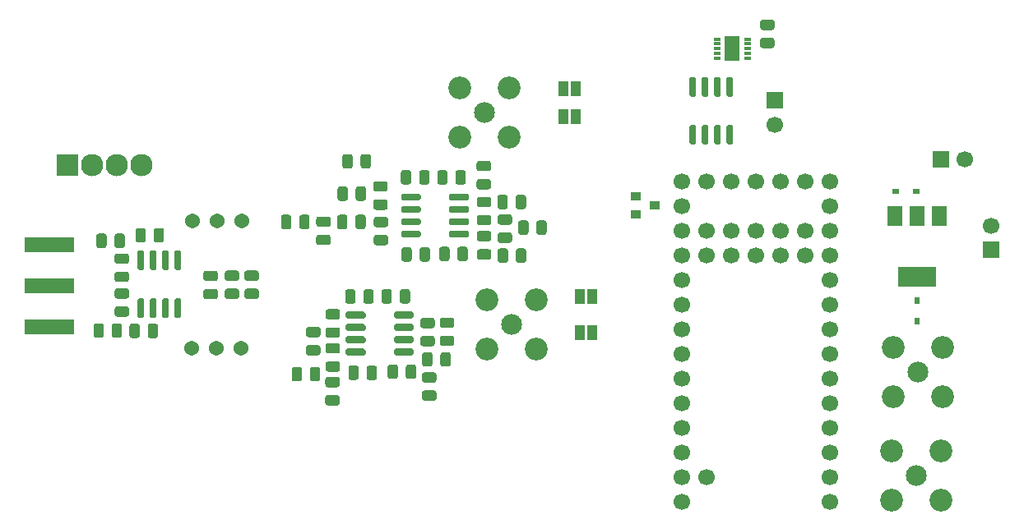
<source format=gbr>
%TF.GenerationSoftware,KiCad,Pcbnew,5.1.6-c6e7f7d~86~ubuntu18.04.1*%
%TF.CreationDate,2020-11-01T20:36:20-05:00*%
%TF.ProjectId,Senior-Design-Radar-Group,53656e69-6f72-42d4-9465-7369676e2d52,rev?*%
%TF.SameCoordinates,Original*%
%TF.FileFunction,Soldermask,Top*%
%TF.FilePolarity,Negative*%
%FSLAX46Y46*%
G04 Gerber Fmt 4.6, Leading zero omitted, Abs format (unit mm)*
G04 Created by KiCad (PCBNEW 5.1.6-c6e7f7d~86~ubuntu18.04.1) date 2020-11-01 20:36:20*
%MOMM*%
%LPD*%
G01*
G04 APERTURE LIST*
%ADD10C,2.350000*%
%ADD11C,2.150000*%
%ADD12C,1.700000*%
%ADD13R,1.650000X2.580000*%
%ADD14R,0.750000X0.400000*%
%ADD15R,1.600000X2.100000*%
%ADD16R,3.900000X2.100000*%
%ADD17C,1.540000*%
%ADD18R,1.100000X1.600000*%
%ADD19C,2.300000*%
%ADD20R,2.300000X2.300000*%
%ADD21R,5.180000X1.600000*%
%ADD22R,0.700000X0.550000*%
%ADD23R,0.550000X0.700000*%
%ADD24R,1.000000X0.900000*%
%ADD25R,1.700000X1.700000*%
G04 APERTURE END LIST*
D10*
%TO.C,J3*%
X138074400Y-149225000D03*
X138074400Y-144145000D03*
X143154400Y-144145000D03*
X143154400Y-149225000D03*
D11*
X140614400Y-146685000D03*
%TD*%
D10*
%TO.C,J8*%
X138171000Y-133470200D03*
X143251000Y-133470200D03*
X143251000Y-138550200D03*
X138171000Y-138550200D03*
D11*
X140711000Y-136010200D03*
%TD*%
D12*
%TO.C,U1*%
X129108200Y-123977400D03*
X129108200Y-121437400D03*
X126568200Y-123977400D03*
X126568200Y-121437400D03*
X124028200Y-123977400D03*
X124028200Y-121437400D03*
X121488200Y-123977400D03*
X121488200Y-121437400D03*
X118948200Y-123977400D03*
X118948200Y-121437400D03*
X131648200Y-149377400D03*
X131648200Y-146837400D03*
X131648200Y-144297400D03*
X131648200Y-141757400D03*
X131648200Y-139217400D03*
X131648200Y-136677400D03*
X131648200Y-134137400D03*
X131648200Y-131597400D03*
X131648200Y-129057400D03*
X131648200Y-126517400D03*
X131648200Y-123977400D03*
X131648200Y-121437400D03*
X131648200Y-118897400D03*
X118948200Y-146837400D03*
X116408200Y-149377400D03*
X116408200Y-146837400D03*
X116408200Y-144297400D03*
X116408200Y-141757400D03*
X116408200Y-139217400D03*
X116408200Y-136677400D03*
X116408200Y-134137400D03*
X116408200Y-131597400D03*
X116408200Y-129057400D03*
X116408200Y-126517400D03*
X116408200Y-123977400D03*
X116408200Y-121437400D03*
X116408200Y-118897400D03*
X131648200Y-116357400D03*
X129108200Y-116357400D03*
X126568200Y-116357400D03*
X116408200Y-116357400D03*
X118948200Y-116357400D03*
X121488200Y-116357400D03*
X124028200Y-116357400D03*
%TD*%
D10*
%TO.C,J6*%
X96418400Y-133629400D03*
X96418400Y-128549400D03*
X101498400Y-128549400D03*
X101498400Y-133629400D03*
D11*
X98958400Y-131089400D03*
%TD*%
D10*
%TO.C,J4*%
X93573600Y-111810800D03*
X93573600Y-106730800D03*
X98653600Y-106730800D03*
X98653600Y-111810800D03*
D11*
X96113600Y-109270800D03*
%TD*%
%TO.C,U7*%
G36*
G01*
X92483600Y-118158000D02*
X92483600Y-117808000D01*
G75*
G02*
X92658600Y-117633000I175000J0D01*
G01*
X94358600Y-117633000D01*
G75*
G02*
X94533600Y-117808000I0J-175000D01*
G01*
X94533600Y-118158000D01*
G75*
G02*
X94358600Y-118333000I-175000J0D01*
G01*
X92658600Y-118333000D01*
G75*
G02*
X92483600Y-118158000I0J175000D01*
G01*
G37*
G36*
G01*
X92483600Y-119428000D02*
X92483600Y-119078000D01*
G75*
G02*
X92658600Y-118903000I175000J0D01*
G01*
X94358600Y-118903000D01*
G75*
G02*
X94533600Y-119078000I0J-175000D01*
G01*
X94533600Y-119428000D01*
G75*
G02*
X94358600Y-119603000I-175000J0D01*
G01*
X92658600Y-119603000D01*
G75*
G02*
X92483600Y-119428000I0J175000D01*
G01*
G37*
G36*
G01*
X92483600Y-120698000D02*
X92483600Y-120348000D01*
G75*
G02*
X92658600Y-120173000I175000J0D01*
G01*
X94358600Y-120173000D01*
G75*
G02*
X94533600Y-120348000I0J-175000D01*
G01*
X94533600Y-120698000D01*
G75*
G02*
X94358600Y-120873000I-175000J0D01*
G01*
X92658600Y-120873000D01*
G75*
G02*
X92483600Y-120698000I0J175000D01*
G01*
G37*
G36*
G01*
X92483600Y-121968000D02*
X92483600Y-121618000D01*
G75*
G02*
X92658600Y-121443000I175000J0D01*
G01*
X94358600Y-121443000D01*
G75*
G02*
X94533600Y-121618000I0J-175000D01*
G01*
X94533600Y-121968000D01*
G75*
G02*
X94358600Y-122143000I-175000J0D01*
G01*
X92658600Y-122143000D01*
G75*
G02*
X92483600Y-121968000I0J175000D01*
G01*
G37*
G36*
G01*
X87533600Y-121968000D02*
X87533600Y-121618000D01*
G75*
G02*
X87708600Y-121443000I175000J0D01*
G01*
X89408600Y-121443000D01*
G75*
G02*
X89583600Y-121618000I0J-175000D01*
G01*
X89583600Y-121968000D01*
G75*
G02*
X89408600Y-122143000I-175000J0D01*
G01*
X87708600Y-122143000D01*
G75*
G02*
X87533600Y-121968000I0J175000D01*
G01*
G37*
G36*
G01*
X87533600Y-120698000D02*
X87533600Y-120348000D01*
G75*
G02*
X87708600Y-120173000I175000J0D01*
G01*
X89408600Y-120173000D01*
G75*
G02*
X89583600Y-120348000I0J-175000D01*
G01*
X89583600Y-120698000D01*
G75*
G02*
X89408600Y-120873000I-175000J0D01*
G01*
X87708600Y-120873000D01*
G75*
G02*
X87533600Y-120698000I0J175000D01*
G01*
G37*
G36*
G01*
X87533600Y-119428000D02*
X87533600Y-119078000D01*
G75*
G02*
X87708600Y-118903000I175000J0D01*
G01*
X89408600Y-118903000D01*
G75*
G02*
X89583600Y-119078000I0J-175000D01*
G01*
X89583600Y-119428000D01*
G75*
G02*
X89408600Y-119603000I-175000J0D01*
G01*
X87708600Y-119603000D01*
G75*
G02*
X87533600Y-119428000I0J175000D01*
G01*
G37*
G36*
G01*
X87533600Y-118158000D02*
X87533600Y-117808000D01*
G75*
G02*
X87708600Y-117633000I175000J0D01*
G01*
X89408600Y-117633000D01*
G75*
G02*
X89583600Y-117808000I0J-175000D01*
G01*
X89583600Y-118158000D01*
G75*
G02*
X89408600Y-118333000I-175000J0D01*
G01*
X87708600Y-118333000D01*
G75*
G02*
X87533600Y-118158000I0J175000D01*
G01*
G37*
%TD*%
%TO.C,U6*%
G36*
G01*
X64391800Y-128424600D02*
X64741800Y-128424600D01*
G75*
G02*
X64916800Y-128599600I0J-175000D01*
G01*
X64916800Y-130299600D01*
G75*
G02*
X64741800Y-130474600I-175000J0D01*
G01*
X64391800Y-130474600D01*
G75*
G02*
X64216800Y-130299600I0J175000D01*
G01*
X64216800Y-128599600D01*
G75*
G02*
X64391800Y-128424600I175000J0D01*
G01*
G37*
G36*
G01*
X63121800Y-128424600D02*
X63471800Y-128424600D01*
G75*
G02*
X63646800Y-128599600I0J-175000D01*
G01*
X63646800Y-130299600D01*
G75*
G02*
X63471800Y-130474600I-175000J0D01*
G01*
X63121800Y-130474600D01*
G75*
G02*
X62946800Y-130299600I0J175000D01*
G01*
X62946800Y-128599600D01*
G75*
G02*
X63121800Y-128424600I175000J0D01*
G01*
G37*
G36*
G01*
X61851800Y-128424600D02*
X62201800Y-128424600D01*
G75*
G02*
X62376800Y-128599600I0J-175000D01*
G01*
X62376800Y-130299600D01*
G75*
G02*
X62201800Y-130474600I-175000J0D01*
G01*
X61851800Y-130474600D01*
G75*
G02*
X61676800Y-130299600I0J175000D01*
G01*
X61676800Y-128599600D01*
G75*
G02*
X61851800Y-128424600I175000J0D01*
G01*
G37*
G36*
G01*
X60581800Y-128424600D02*
X60931800Y-128424600D01*
G75*
G02*
X61106800Y-128599600I0J-175000D01*
G01*
X61106800Y-130299600D01*
G75*
G02*
X60931800Y-130474600I-175000J0D01*
G01*
X60581800Y-130474600D01*
G75*
G02*
X60406800Y-130299600I0J175000D01*
G01*
X60406800Y-128599600D01*
G75*
G02*
X60581800Y-128424600I175000J0D01*
G01*
G37*
G36*
G01*
X60581800Y-123474600D02*
X60931800Y-123474600D01*
G75*
G02*
X61106800Y-123649600I0J-175000D01*
G01*
X61106800Y-125349600D01*
G75*
G02*
X60931800Y-125524600I-175000J0D01*
G01*
X60581800Y-125524600D01*
G75*
G02*
X60406800Y-125349600I0J175000D01*
G01*
X60406800Y-123649600D01*
G75*
G02*
X60581800Y-123474600I175000J0D01*
G01*
G37*
G36*
G01*
X61851800Y-123474600D02*
X62201800Y-123474600D01*
G75*
G02*
X62376800Y-123649600I0J-175000D01*
G01*
X62376800Y-125349600D01*
G75*
G02*
X62201800Y-125524600I-175000J0D01*
G01*
X61851800Y-125524600D01*
G75*
G02*
X61676800Y-125349600I0J175000D01*
G01*
X61676800Y-123649600D01*
G75*
G02*
X61851800Y-123474600I175000J0D01*
G01*
G37*
G36*
G01*
X63121800Y-123474600D02*
X63471800Y-123474600D01*
G75*
G02*
X63646800Y-123649600I0J-175000D01*
G01*
X63646800Y-125349600D01*
G75*
G02*
X63471800Y-125524600I-175000J0D01*
G01*
X63121800Y-125524600D01*
G75*
G02*
X62946800Y-125349600I0J175000D01*
G01*
X62946800Y-123649600D01*
G75*
G02*
X63121800Y-123474600I175000J0D01*
G01*
G37*
G36*
G01*
X64391800Y-123474600D02*
X64741800Y-123474600D01*
G75*
G02*
X64916800Y-123649600I0J-175000D01*
G01*
X64916800Y-125349600D01*
G75*
G02*
X64741800Y-125524600I-175000J0D01*
G01*
X64391800Y-125524600D01*
G75*
G02*
X64216800Y-125349600I0J175000D01*
G01*
X64216800Y-123649600D01*
G75*
G02*
X64391800Y-123474600I175000J0D01*
G01*
G37*
%TD*%
%TO.C,U5*%
G36*
G01*
X86794000Y-130324600D02*
X86794000Y-129974600D01*
G75*
G02*
X86969000Y-129799600I175000J0D01*
G01*
X88669000Y-129799600D01*
G75*
G02*
X88844000Y-129974600I0J-175000D01*
G01*
X88844000Y-130324600D01*
G75*
G02*
X88669000Y-130499600I-175000J0D01*
G01*
X86969000Y-130499600D01*
G75*
G02*
X86794000Y-130324600I0J175000D01*
G01*
G37*
G36*
G01*
X86794000Y-131594600D02*
X86794000Y-131244600D01*
G75*
G02*
X86969000Y-131069600I175000J0D01*
G01*
X88669000Y-131069600D01*
G75*
G02*
X88844000Y-131244600I0J-175000D01*
G01*
X88844000Y-131594600D01*
G75*
G02*
X88669000Y-131769600I-175000J0D01*
G01*
X86969000Y-131769600D01*
G75*
G02*
X86794000Y-131594600I0J175000D01*
G01*
G37*
G36*
G01*
X86794000Y-132864600D02*
X86794000Y-132514600D01*
G75*
G02*
X86969000Y-132339600I175000J0D01*
G01*
X88669000Y-132339600D01*
G75*
G02*
X88844000Y-132514600I0J-175000D01*
G01*
X88844000Y-132864600D01*
G75*
G02*
X88669000Y-133039600I-175000J0D01*
G01*
X86969000Y-133039600D01*
G75*
G02*
X86794000Y-132864600I0J175000D01*
G01*
G37*
G36*
G01*
X86794000Y-134134600D02*
X86794000Y-133784600D01*
G75*
G02*
X86969000Y-133609600I175000J0D01*
G01*
X88669000Y-133609600D01*
G75*
G02*
X88844000Y-133784600I0J-175000D01*
G01*
X88844000Y-134134600D01*
G75*
G02*
X88669000Y-134309600I-175000J0D01*
G01*
X86969000Y-134309600D01*
G75*
G02*
X86794000Y-134134600I0J175000D01*
G01*
G37*
G36*
G01*
X81844000Y-134134600D02*
X81844000Y-133784600D01*
G75*
G02*
X82019000Y-133609600I175000J0D01*
G01*
X83719000Y-133609600D01*
G75*
G02*
X83894000Y-133784600I0J-175000D01*
G01*
X83894000Y-134134600D01*
G75*
G02*
X83719000Y-134309600I-175000J0D01*
G01*
X82019000Y-134309600D01*
G75*
G02*
X81844000Y-134134600I0J175000D01*
G01*
G37*
G36*
G01*
X81844000Y-132864600D02*
X81844000Y-132514600D01*
G75*
G02*
X82019000Y-132339600I175000J0D01*
G01*
X83719000Y-132339600D01*
G75*
G02*
X83894000Y-132514600I0J-175000D01*
G01*
X83894000Y-132864600D01*
G75*
G02*
X83719000Y-133039600I-175000J0D01*
G01*
X82019000Y-133039600D01*
G75*
G02*
X81844000Y-132864600I0J175000D01*
G01*
G37*
G36*
G01*
X81844000Y-131594600D02*
X81844000Y-131244600D01*
G75*
G02*
X82019000Y-131069600I175000J0D01*
G01*
X83719000Y-131069600D01*
G75*
G02*
X83894000Y-131244600I0J-175000D01*
G01*
X83894000Y-131594600D01*
G75*
G02*
X83719000Y-131769600I-175000J0D01*
G01*
X82019000Y-131769600D01*
G75*
G02*
X81844000Y-131594600I0J175000D01*
G01*
G37*
G36*
G01*
X81844000Y-130324600D02*
X81844000Y-129974600D01*
G75*
G02*
X82019000Y-129799600I175000J0D01*
G01*
X83719000Y-129799600D01*
G75*
G02*
X83894000Y-129974600I0J-175000D01*
G01*
X83894000Y-130324600D01*
G75*
G02*
X83719000Y-130499600I-175000J0D01*
G01*
X82019000Y-130499600D01*
G75*
G02*
X81844000Y-130324600I0J175000D01*
G01*
G37*
%TD*%
D13*
%TO.C,U4*%
X121640600Y-102692200D03*
D14*
X123190600Y-101692200D03*
X123190600Y-102192200D03*
X123190600Y-102692200D03*
X123190600Y-103192200D03*
X123190600Y-103692200D03*
X120090600Y-103692200D03*
X120090600Y-103192200D03*
X120090600Y-102692200D03*
X120090600Y-102192200D03*
X120090600Y-101692200D03*
%TD*%
%TO.C,U3*%
G36*
G01*
X117751600Y-107643000D02*
X117401600Y-107643000D01*
G75*
G02*
X117226600Y-107468000I0J175000D01*
G01*
X117226600Y-105768000D01*
G75*
G02*
X117401600Y-105593000I175000J0D01*
G01*
X117751600Y-105593000D01*
G75*
G02*
X117926600Y-105768000I0J-175000D01*
G01*
X117926600Y-107468000D01*
G75*
G02*
X117751600Y-107643000I-175000J0D01*
G01*
G37*
G36*
G01*
X119021600Y-107643000D02*
X118671600Y-107643000D01*
G75*
G02*
X118496600Y-107468000I0J175000D01*
G01*
X118496600Y-105768000D01*
G75*
G02*
X118671600Y-105593000I175000J0D01*
G01*
X119021600Y-105593000D01*
G75*
G02*
X119196600Y-105768000I0J-175000D01*
G01*
X119196600Y-107468000D01*
G75*
G02*
X119021600Y-107643000I-175000J0D01*
G01*
G37*
G36*
G01*
X120291600Y-107643000D02*
X119941600Y-107643000D01*
G75*
G02*
X119766600Y-107468000I0J175000D01*
G01*
X119766600Y-105768000D01*
G75*
G02*
X119941600Y-105593000I175000J0D01*
G01*
X120291600Y-105593000D01*
G75*
G02*
X120466600Y-105768000I0J-175000D01*
G01*
X120466600Y-107468000D01*
G75*
G02*
X120291600Y-107643000I-175000J0D01*
G01*
G37*
G36*
G01*
X121561600Y-107643000D02*
X121211600Y-107643000D01*
G75*
G02*
X121036600Y-107468000I0J175000D01*
G01*
X121036600Y-105768000D01*
G75*
G02*
X121211600Y-105593000I175000J0D01*
G01*
X121561600Y-105593000D01*
G75*
G02*
X121736600Y-105768000I0J-175000D01*
G01*
X121736600Y-107468000D01*
G75*
G02*
X121561600Y-107643000I-175000J0D01*
G01*
G37*
G36*
G01*
X121561600Y-112593000D02*
X121211600Y-112593000D01*
G75*
G02*
X121036600Y-112418000I0J175000D01*
G01*
X121036600Y-110718000D01*
G75*
G02*
X121211600Y-110543000I175000J0D01*
G01*
X121561600Y-110543000D01*
G75*
G02*
X121736600Y-110718000I0J-175000D01*
G01*
X121736600Y-112418000D01*
G75*
G02*
X121561600Y-112593000I-175000J0D01*
G01*
G37*
G36*
G01*
X120291600Y-112593000D02*
X119941600Y-112593000D01*
G75*
G02*
X119766600Y-112418000I0J175000D01*
G01*
X119766600Y-110718000D01*
G75*
G02*
X119941600Y-110543000I175000J0D01*
G01*
X120291600Y-110543000D01*
G75*
G02*
X120466600Y-110718000I0J-175000D01*
G01*
X120466600Y-112418000D01*
G75*
G02*
X120291600Y-112593000I-175000J0D01*
G01*
G37*
G36*
G01*
X119021600Y-112593000D02*
X118671600Y-112593000D01*
G75*
G02*
X118496600Y-112418000I0J175000D01*
G01*
X118496600Y-110718000D01*
G75*
G02*
X118671600Y-110543000I175000J0D01*
G01*
X119021600Y-110543000D01*
G75*
G02*
X119196600Y-110718000I0J-175000D01*
G01*
X119196600Y-112418000D01*
G75*
G02*
X119021600Y-112593000I-175000J0D01*
G01*
G37*
G36*
G01*
X117751600Y-112593000D02*
X117401600Y-112593000D01*
G75*
G02*
X117226600Y-112418000I0J175000D01*
G01*
X117226600Y-110718000D01*
G75*
G02*
X117401600Y-110543000I175000J0D01*
G01*
X117751600Y-110543000D01*
G75*
G02*
X117926600Y-110718000I0J-175000D01*
G01*
X117926600Y-112418000D01*
G75*
G02*
X117751600Y-112593000I-175000J0D01*
G01*
G37*
%TD*%
D15*
%TO.C,U2*%
X142965200Y-119913000D03*
X138365200Y-119913000D03*
X140665200Y-119913000D03*
D16*
X140665200Y-126213000D03*
%TD*%
D17*
%TO.C,RV2*%
X71069200Y-133578600D03*
X68529200Y-133578600D03*
X65989200Y-133578600D03*
%TD*%
%TO.C,RV1*%
X71120000Y-120421400D03*
X68580000Y-120421400D03*
X66040000Y-120421400D03*
%TD*%
%TO.C,R22*%
G36*
G01*
X96544050Y-115322400D02*
X95581550Y-115322400D01*
G75*
G02*
X95312800Y-115053650I0J268750D01*
G01*
X95312800Y-114516150D01*
G75*
G02*
X95581550Y-114247400I268750J0D01*
G01*
X96544050Y-114247400D01*
G75*
G02*
X96812800Y-114516150I0J-268750D01*
G01*
X96812800Y-115053650D01*
G75*
G02*
X96544050Y-115322400I-268750J0D01*
G01*
G37*
G36*
G01*
X96544050Y-117197400D02*
X95581550Y-117197400D01*
G75*
G02*
X95312800Y-116928650I0J268750D01*
G01*
X95312800Y-116391150D01*
G75*
G02*
X95581550Y-116122400I268750J0D01*
G01*
X96544050Y-116122400D01*
G75*
G02*
X96812800Y-116391150I0J-268750D01*
G01*
X96812800Y-116928650D01*
G75*
G02*
X96544050Y-117197400I-268750J0D01*
G01*
G37*
%TD*%
%TO.C,R21*%
G36*
G01*
X95606950Y-119830800D02*
X96569450Y-119830800D01*
G75*
G02*
X96838200Y-120099550I0J-268750D01*
G01*
X96838200Y-120637050D01*
G75*
G02*
X96569450Y-120905800I-268750J0D01*
G01*
X95606950Y-120905800D01*
G75*
G02*
X95338200Y-120637050I0J268750D01*
G01*
X95338200Y-120099550D01*
G75*
G02*
X95606950Y-119830800I268750J0D01*
G01*
G37*
G36*
G01*
X95606950Y-117955800D02*
X96569450Y-117955800D01*
G75*
G02*
X96838200Y-118224550I0J-268750D01*
G01*
X96838200Y-118762050D01*
G75*
G02*
X96569450Y-119030800I-268750J0D01*
G01*
X95606950Y-119030800D01*
G75*
G02*
X95338200Y-118762050I0J268750D01*
G01*
X95338200Y-118224550D01*
G75*
G02*
X95606950Y-117955800I268750J0D01*
G01*
G37*
%TD*%
%TO.C,R20*%
G36*
G01*
X99335300Y-118972250D02*
X99335300Y-118009750D01*
G75*
G02*
X99604050Y-117741000I268750J0D01*
G01*
X100141550Y-117741000D01*
G75*
G02*
X100410300Y-118009750I0J-268750D01*
G01*
X100410300Y-118972250D01*
G75*
G02*
X100141550Y-119241000I-268750J0D01*
G01*
X99604050Y-119241000D01*
G75*
G02*
X99335300Y-118972250I0J268750D01*
G01*
G37*
G36*
G01*
X97460300Y-118972250D02*
X97460300Y-118009750D01*
G75*
G02*
X97729050Y-117741000I268750J0D01*
G01*
X98266550Y-117741000D01*
G75*
G02*
X98535300Y-118009750I0J-268750D01*
G01*
X98535300Y-118972250D01*
G75*
G02*
X98266550Y-119241000I-268750J0D01*
G01*
X97729050Y-119241000D01*
G75*
G02*
X97460300Y-118972250I0J268750D01*
G01*
G37*
%TD*%
%TO.C,R19*%
G36*
G01*
X96569450Y-122559100D02*
X95606950Y-122559100D01*
G75*
G02*
X95338200Y-122290350I0J268750D01*
G01*
X95338200Y-121752850D01*
G75*
G02*
X95606950Y-121484100I268750J0D01*
G01*
X96569450Y-121484100D01*
G75*
G02*
X96838200Y-121752850I0J-268750D01*
G01*
X96838200Y-122290350D01*
G75*
G02*
X96569450Y-122559100I-268750J0D01*
G01*
G37*
G36*
G01*
X96569450Y-124434100D02*
X95606950Y-124434100D01*
G75*
G02*
X95338200Y-124165350I0J268750D01*
G01*
X95338200Y-123627850D01*
G75*
G02*
X95606950Y-123359100I268750J0D01*
G01*
X96569450Y-123359100D01*
G75*
G02*
X96838200Y-123627850I0J-268750D01*
G01*
X96838200Y-124165350D01*
G75*
G02*
X96569450Y-124434100I-268750J0D01*
G01*
G37*
%TD*%
%TO.C,R18*%
G36*
G01*
X98558400Y-123546950D02*
X98558400Y-124509450D01*
G75*
G02*
X98289650Y-124778200I-268750J0D01*
G01*
X97752150Y-124778200D01*
G75*
G02*
X97483400Y-124509450I0J268750D01*
G01*
X97483400Y-123546950D01*
G75*
G02*
X97752150Y-123278200I268750J0D01*
G01*
X98289650Y-123278200D01*
G75*
G02*
X98558400Y-123546950I0J-268750D01*
G01*
G37*
G36*
G01*
X100433400Y-123546950D02*
X100433400Y-124509450D01*
G75*
G02*
X100164650Y-124778200I-268750J0D01*
G01*
X99627150Y-124778200D01*
G75*
G02*
X99358400Y-124509450I0J268750D01*
G01*
X99358400Y-123546950D01*
G75*
G02*
X99627150Y-123278200I268750J0D01*
G01*
X100164650Y-123278200D01*
G75*
G02*
X100433400Y-123546950I0J-268750D01*
G01*
G37*
%TD*%
%TO.C,R17*%
G36*
G01*
X93338600Y-124331650D02*
X93338600Y-123369150D01*
G75*
G02*
X93607350Y-123100400I268750J0D01*
G01*
X94144850Y-123100400D01*
G75*
G02*
X94413600Y-123369150I0J-268750D01*
G01*
X94413600Y-124331650D01*
G75*
G02*
X94144850Y-124600400I-268750J0D01*
G01*
X93607350Y-124600400D01*
G75*
G02*
X93338600Y-124331650I0J268750D01*
G01*
G37*
G36*
G01*
X91463600Y-124331650D02*
X91463600Y-123369150D01*
G75*
G02*
X91732350Y-123100400I268750J0D01*
G01*
X92269850Y-123100400D01*
G75*
G02*
X92538600Y-123369150I0J-268750D01*
G01*
X92538600Y-124331650D01*
G75*
G02*
X92269850Y-124600400I-268750J0D01*
G01*
X91732350Y-124600400D01*
G75*
G02*
X91463600Y-124331650I0J268750D01*
G01*
G37*
%TD*%
%TO.C,R16*%
G36*
G01*
X85901450Y-117430600D02*
X84938950Y-117430600D01*
G75*
G02*
X84670200Y-117161850I0J268750D01*
G01*
X84670200Y-116624350D01*
G75*
G02*
X84938950Y-116355600I268750J0D01*
G01*
X85901450Y-116355600D01*
G75*
G02*
X86170200Y-116624350I0J-268750D01*
G01*
X86170200Y-117161850D01*
G75*
G02*
X85901450Y-117430600I-268750J0D01*
G01*
G37*
G36*
G01*
X85901450Y-119305600D02*
X84938950Y-119305600D01*
G75*
G02*
X84670200Y-119036850I0J268750D01*
G01*
X84670200Y-118499350D01*
G75*
G02*
X84938950Y-118230600I268750J0D01*
G01*
X85901450Y-118230600D01*
G75*
G02*
X86170200Y-118499350I0J-268750D01*
G01*
X86170200Y-119036850D01*
G75*
G02*
X85901450Y-119305600I-268750J0D01*
G01*
G37*
%TD*%
%TO.C,R15*%
G36*
G01*
X89452400Y-124382450D02*
X89452400Y-123419950D01*
G75*
G02*
X89721150Y-123151200I268750J0D01*
G01*
X90258650Y-123151200D01*
G75*
G02*
X90527400Y-123419950I0J-268750D01*
G01*
X90527400Y-124382450D01*
G75*
G02*
X90258650Y-124651200I-268750J0D01*
G01*
X89721150Y-124651200D01*
G75*
G02*
X89452400Y-124382450I0J268750D01*
G01*
G37*
G36*
G01*
X87577400Y-124382450D02*
X87577400Y-123419950D01*
G75*
G02*
X87846150Y-123151200I268750J0D01*
G01*
X88383650Y-123151200D01*
G75*
G02*
X88652400Y-123419950I0J-268750D01*
G01*
X88652400Y-124382450D01*
G75*
G02*
X88383650Y-124651200I-268750J0D01*
G01*
X87846150Y-124651200D01*
G75*
G02*
X87577400Y-124382450I0J268750D01*
G01*
G37*
%TD*%
%TO.C,R14*%
G36*
G01*
X82023000Y-120067150D02*
X82023000Y-121029650D01*
G75*
G02*
X81754250Y-121298400I-268750J0D01*
G01*
X81216750Y-121298400D01*
G75*
G02*
X80948000Y-121029650I0J268750D01*
G01*
X80948000Y-120067150D01*
G75*
G02*
X81216750Y-119798400I268750J0D01*
G01*
X81754250Y-119798400D01*
G75*
G02*
X82023000Y-120067150I0J-268750D01*
G01*
G37*
G36*
G01*
X83898000Y-120067150D02*
X83898000Y-121029650D01*
G75*
G02*
X83629250Y-121298400I-268750J0D01*
G01*
X83091750Y-121298400D01*
G75*
G02*
X82823000Y-121029650I0J268750D01*
G01*
X82823000Y-120067150D01*
G75*
G02*
X83091750Y-119798400I268750J0D01*
G01*
X83629250Y-119798400D01*
G75*
G02*
X83898000Y-120067150I0J-268750D01*
G01*
G37*
%TD*%
%TO.C,R13*%
G36*
G01*
X79071550Y-121865100D02*
X80034050Y-121865100D01*
G75*
G02*
X80302800Y-122133850I0J-268750D01*
G01*
X80302800Y-122671350D01*
G75*
G02*
X80034050Y-122940100I-268750J0D01*
G01*
X79071550Y-122940100D01*
G75*
G02*
X78802800Y-122671350I0J268750D01*
G01*
X78802800Y-122133850D01*
G75*
G02*
X79071550Y-121865100I268750J0D01*
G01*
G37*
G36*
G01*
X79071550Y-119990100D02*
X80034050Y-119990100D01*
G75*
G02*
X80302800Y-120258850I0J-268750D01*
G01*
X80302800Y-120796350D01*
G75*
G02*
X80034050Y-121065100I-268750J0D01*
G01*
X79071550Y-121065100D01*
G75*
G02*
X78802800Y-120796350I0J268750D01*
G01*
X78802800Y-120258850D01*
G75*
G02*
X79071550Y-119990100I268750J0D01*
G01*
G37*
%TD*%
%TO.C,R12*%
G36*
G01*
X77057200Y-121029650D02*
X77057200Y-120067150D01*
G75*
G02*
X77325950Y-119798400I268750J0D01*
G01*
X77863450Y-119798400D01*
G75*
G02*
X78132200Y-120067150I0J-268750D01*
G01*
X78132200Y-121029650D01*
G75*
G02*
X77863450Y-121298400I-268750J0D01*
G01*
X77325950Y-121298400D01*
G75*
G02*
X77057200Y-121029650I0J268750D01*
G01*
G37*
G36*
G01*
X75182200Y-121029650D02*
X75182200Y-120067150D01*
G75*
G02*
X75450950Y-119798400I268750J0D01*
G01*
X75988450Y-119798400D01*
G75*
G02*
X76257200Y-120067150I0J-268750D01*
G01*
X76257200Y-121029650D01*
G75*
G02*
X75988450Y-121298400I-268750J0D01*
G01*
X75450950Y-121298400D01*
G75*
G02*
X75182200Y-121029650I0J268750D01*
G01*
G37*
%TD*%
%TO.C,R11*%
G36*
G01*
X60661600Y-131293950D02*
X60661600Y-132256450D01*
G75*
G02*
X60392850Y-132525200I-268750J0D01*
G01*
X59855350Y-132525200D01*
G75*
G02*
X59586600Y-132256450I0J268750D01*
G01*
X59586600Y-131293950D01*
G75*
G02*
X59855350Y-131025200I268750J0D01*
G01*
X60392850Y-131025200D01*
G75*
G02*
X60661600Y-131293950I0J-268750D01*
G01*
G37*
G36*
G01*
X62536600Y-131293950D02*
X62536600Y-132256450D01*
G75*
G02*
X62267850Y-132525200I-268750J0D01*
G01*
X61730350Y-132525200D01*
G75*
G02*
X61461600Y-132256450I0J268750D01*
G01*
X61461600Y-131293950D01*
G75*
G02*
X61730350Y-131025200I268750J0D01*
G01*
X62267850Y-131025200D01*
G75*
G02*
X62536600Y-131293950I0J-268750D01*
G01*
G37*
%TD*%
%TO.C,R10*%
G36*
G01*
X61271200Y-121438750D02*
X61271200Y-122401250D01*
G75*
G02*
X61002450Y-122670000I-268750J0D01*
G01*
X60464950Y-122670000D01*
G75*
G02*
X60196200Y-122401250I0J268750D01*
G01*
X60196200Y-121438750D01*
G75*
G02*
X60464950Y-121170000I268750J0D01*
G01*
X61002450Y-121170000D01*
G75*
G02*
X61271200Y-121438750I0J-268750D01*
G01*
G37*
G36*
G01*
X63146200Y-121438750D02*
X63146200Y-122401250D01*
G75*
G02*
X62877450Y-122670000I-268750J0D01*
G01*
X62339950Y-122670000D01*
G75*
G02*
X62071200Y-122401250I0J268750D01*
G01*
X62071200Y-121438750D01*
G75*
G02*
X62339950Y-121170000I268750J0D01*
G01*
X62877450Y-121170000D01*
G75*
G02*
X63146200Y-121438750I0J-268750D01*
G01*
G37*
%TD*%
%TO.C,R9*%
G36*
G01*
X59282250Y-128454200D02*
X58319750Y-128454200D01*
G75*
G02*
X58051000Y-128185450I0J268750D01*
G01*
X58051000Y-127647950D01*
G75*
G02*
X58319750Y-127379200I268750J0D01*
G01*
X59282250Y-127379200D01*
G75*
G02*
X59551000Y-127647950I0J-268750D01*
G01*
X59551000Y-128185450D01*
G75*
G02*
X59282250Y-128454200I-268750J0D01*
G01*
G37*
G36*
G01*
X59282250Y-130329200D02*
X58319750Y-130329200D01*
G75*
G02*
X58051000Y-130060450I0J268750D01*
G01*
X58051000Y-129522950D01*
G75*
G02*
X58319750Y-129254200I268750J0D01*
G01*
X59282250Y-129254200D01*
G75*
G02*
X59551000Y-129522950I0J-268750D01*
G01*
X59551000Y-130060450D01*
G75*
G02*
X59282250Y-130329200I-268750J0D01*
G01*
G37*
%TD*%
%TO.C,R8*%
G36*
G01*
X58319750Y-125672800D02*
X59282250Y-125672800D01*
G75*
G02*
X59551000Y-125941550I0J-268750D01*
G01*
X59551000Y-126479050D01*
G75*
G02*
X59282250Y-126747800I-268750J0D01*
G01*
X58319750Y-126747800D01*
G75*
G02*
X58051000Y-126479050I0J268750D01*
G01*
X58051000Y-125941550D01*
G75*
G02*
X58319750Y-125672800I268750J0D01*
G01*
G37*
G36*
G01*
X58319750Y-123797800D02*
X59282250Y-123797800D01*
G75*
G02*
X59551000Y-124066550I0J-268750D01*
G01*
X59551000Y-124604050D01*
G75*
G02*
X59282250Y-124872800I-268750J0D01*
G01*
X58319750Y-124872800D01*
G75*
G02*
X58051000Y-124604050I0J268750D01*
G01*
X58051000Y-124066550D01*
G75*
G02*
X58319750Y-123797800I268750J0D01*
G01*
G37*
%TD*%
%TO.C,R7*%
G36*
G01*
X91588300Y-135202850D02*
X91588300Y-134240350D01*
G75*
G02*
X91857050Y-133971600I268750J0D01*
G01*
X92394550Y-133971600D01*
G75*
G02*
X92663300Y-134240350I0J-268750D01*
G01*
X92663300Y-135202850D01*
G75*
G02*
X92394550Y-135471600I-268750J0D01*
G01*
X91857050Y-135471600D01*
G75*
G02*
X91588300Y-135202850I0J268750D01*
G01*
G37*
G36*
G01*
X89713300Y-135202850D02*
X89713300Y-134240350D01*
G75*
G02*
X89982050Y-133971600I268750J0D01*
G01*
X90519550Y-133971600D01*
G75*
G02*
X90788300Y-134240350I0J-268750D01*
G01*
X90788300Y-135202850D01*
G75*
G02*
X90519550Y-135471600I-268750J0D01*
G01*
X89982050Y-135471600D01*
G75*
G02*
X89713300Y-135202850I0J268750D01*
G01*
G37*
%TD*%
%TO.C,R6*%
G36*
G01*
X91796950Y-132276800D02*
X92759450Y-132276800D01*
G75*
G02*
X93028200Y-132545550I0J-268750D01*
G01*
X93028200Y-133083050D01*
G75*
G02*
X92759450Y-133351800I-268750J0D01*
G01*
X91796950Y-133351800D01*
G75*
G02*
X91528200Y-133083050I0J268750D01*
G01*
X91528200Y-132545550D01*
G75*
G02*
X91796950Y-132276800I268750J0D01*
G01*
G37*
G36*
G01*
X91796950Y-130401800D02*
X92759450Y-130401800D01*
G75*
G02*
X93028200Y-130670550I0J-268750D01*
G01*
X93028200Y-131208050D01*
G75*
G02*
X92759450Y-131476800I-268750J0D01*
G01*
X91796950Y-131476800D01*
G75*
G02*
X91528200Y-131208050I0J268750D01*
G01*
X91528200Y-130670550D01*
G75*
G02*
X91796950Y-130401800I268750J0D01*
G01*
G37*
%TD*%
%TO.C,R5*%
G36*
G01*
X87230000Y-135510350D02*
X87230000Y-136472850D01*
G75*
G02*
X86961250Y-136741600I-268750J0D01*
G01*
X86423750Y-136741600D01*
G75*
G02*
X86155000Y-136472850I0J268750D01*
G01*
X86155000Y-135510350D01*
G75*
G02*
X86423750Y-135241600I268750J0D01*
G01*
X86961250Y-135241600D01*
G75*
G02*
X87230000Y-135510350I0J-268750D01*
G01*
G37*
G36*
G01*
X89105000Y-135510350D02*
X89105000Y-136472850D01*
G75*
G02*
X88836250Y-136741600I-268750J0D01*
G01*
X88298750Y-136741600D01*
G75*
G02*
X88030000Y-136472850I0J268750D01*
G01*
X88030000Y-135510350D01*
G75*
G02*
X88298750Y-135241600I268750J0D01*
G01*
X88836250Y-135241600D01*
G75*
G02*
X89105000Y-135510350I0J-268750D01*
G01*
G37*
%TD*%
%TO.C,R4*%
G36*
G01*
X80999250Y-134118400D02*
X80036750Y-134118400D01*
G75*
G02*
X79768000Y-133849650I0J268750D01*
G01*
X79768000Y-133312150D01*
G75*
G02*
X80036750Y-133043400I268750J0D01*
G01*
X80999250Y-133043400D01*
G75*
G02*
X81268000Y-133312150I0J-268750D01*
G01*
X81268000Y-133849650D01*
G75*
G02*
X80999250Y-134118400I-268750J0D01*
G01*
G37*
G36*
G01*
X80999250Y-135993400D02*
X80036750Y-135993400D01*
G75*
G02*
X79768000Y-135724650I0J268750D01*
G01*
X79768000Y-135187150D01*
G75*
G02*
X80036750Y-134918400I268750J0D01*
G01*
X80999250Y-134918400D01*
G75*
G02*
X81268000Y-135187150I0J-268750D01*
G01*
X81268000Y-135724650D01*
G75*
G02*
X80999250Y-135993400I-268750J0D01*
G01*
G37*
%TD*%
%TO.C,R3*%
G36*
G01*
X78992650Y-132442000D02*
X78030150Y-132442000D01*
G75*
G02*
X77761400Y-132173250I0J268750D01*
G01*
X77761400Y-131635750D01*
G75*
G02*
X78030150Y-131367000I268750J0D01*
G01*
X78992650Y-131367000D01*
G75*
G02*
X79261400Y-131635750I0J-268750D01*
G01*
X79261400Y-132173250D01*
G75*
G02*
X78992650Y-132442000I-268750J0D01*
G01*
G37*
G36*
G01*
X78992650Y-134317000D02*
X78030150Y-134317000D01*
G75*
G02*
X77761400Y-134048250I0J268750D01*
G01*
X77761400Y-133510750D01*
G75*
G02*
X78030150Y-133242000I268750J0D01*
G01*
X78992650Y-133242000D01*
G75*
G02*
X79261400Y-133510750I0J-268750D01*
G01*
X79261400Y-134048250D01*
G75*
G02*
X78992650Y-134317000I-268750J0D01*
G01*
G37*
%TD*%
%TO.C,R2*%
G36*
G01*
X78151700Y-136726850D02*
X78151700Y-135764350D01*
G75*
G02*
X78420450Y-135495600I268750J0D01*
G01*
X78957950Y-135495600D01*
G75*
G02*
X79226700Y-135764350I0J-268750D01*
G01*
X79226700Y-136726850D01*
G75*
G02*
X78957950Y-136995600I-268750J0D01*
G01*
X78420450Y-136995600D01*
G75*
G02*
X78151700Y-136726850I0J268750D01*
G01*
G37*
G36*
G01*
X76276700Y-136726850D02*
X76276700Y-135764350D01*
G75*
G02*
X76545450Y-135495600I268750J0D01*
G01*
X77082950Y-135495600D01*
G75*
G02*
X77351700Y-135764350I0J-268750D01*
G01*
X77351700Y-136726850D01*
G75*
G02*
X77082950Y-136995600I-268750J0D01*
G01*
X76545450Y-136995600D01*
G75*
G02*
X76276700Y-136726850I0J268750D01*
G01*
G37*
%TD*%
%TO.C,R1*%
G36*
G01*
X124766150Y-101568200D02*
X125728650Y-101568200D01*
G75*
G02*
X125997400Y-101836950I0J-268750D01*
G01*
X125997400Y-102374450D01*
G75*
G02*
X125728650Y-102643200I-268750J0D01*
G01*
X124766150Y-102643200D01*
G75*
G02*
X124497400Y-102374450I0J268750D01*
G01*
X124497400Y-101836950D01*
G75*
G02*
X124766150Y-101568200I268750J0D01*
G01*
G37*
G36*
G01*
X124766150Y-99693200D02*
X125728650Y-99693200D01*
G75*
G02*
X125997400Y-99961950I0J-268750D01*
G01*
X125997400Y-100499450D01*
G75*
G02*
X125728650Y-100768200I-268750J0D01*
G01*
X124766150Y-100768200D01*
G75*
G02*
X124497400Y-100499450I0J268750D01*
G01*
X124497400Y-99961950D01*
G75*
G02*
X124766150Y-99693200I268750J0D01*
G01*
G37*
%TD*%
D18*
%TO.C,JP4*%
X105928400Y-131978400D03*
X107228400Y-131978400D03*
%TD*%
%TO.C,JP3*%
X105943400Y-128219200D03*
X107243400Y-128219200D03*
%TD*%
%TO.C,JP2*%
X104241600Y-109728000D03*
X105541600Y-109728000D03*
%TD*%
%TO.C,JP1*%
X104226600Y-106832400D03*
X105526600Y-106832400D03*
%TD*%
D19*
%TO.C,J7*%
X60782200Y-114655600D03*
X58242200Y-114655600D03*
X55702200Y-114655600D03*
D20*
X53162200Y-114655600D03*
%TD*%
D21*
%TO.C,J2*%
X51358800Y-127135200D03*
X51358800Y-131385200D03*
X51358800Y-122885200D03*
%TD*%
D22*
%TO.C,D3*%
X140572200Y-117373400D03*
X138472200Y-117373400D03*
%TD*%
D23*
%TO.C,D2*%
X140639800Y-128667800D03*
X140639800Y-130767800D03*
%TD*%
D24*
%TO.C,D1*%
X113683800Y-118836400D03*
X111683800Y-119786400D03*
X111683800Y-117886400D03*
%TD*%
%TO.C,C22*%
G36*
G01*
X83372159Y-114782650D02*
X83372159Y-113820150D01*
G75*
G02*
X83640909Y-113551400I268750J0D01*
G01*
X84178409Y-113551400D01*
G75*
G02*
X84447159Y-113820150I0J-268750D01*
G01*
X84447159Y-114782650D01*
G75*
G02*
X84178409Y-115051400I-268750J0D01*
G01*
X83640909Y-115051400D01*
G75*
G02*
X83372159Y-114782650I0J268750D01*
G01*
G37*
G36*
G01*
X81497159Y-114782650D02*
X81497159Y-113820150D01*
G75*
G02*
X81765909Y-113551400I268750J0D01*
G01*
X82303409Y-113551400D01*
G75*
G02*
X82572159Y-113820150I0J-268750D01*
G01*
X82572159Y-114782650D01*
G75*
G02*
X82303409Y-115051400I-268750J0D01*
G01*
X81765909Y-115051400D01*
G75*
G02*
X81497159Y-114782650I0J268750D01*
G01*
G37*
%TD*%
%TO.C,C21*%
G36*
G01*
X93135400Y-116432250D02*
X93135400Y-115469750D01*
G75*
G02*
X93404150Y-115201000I268750J0D01*
G01*
X93941650Y-115201000D01*
G75*
G02*
X94210400Y-115469750I0J-268750D01*
G01*
X94210400Y-116432250D01*
G75*
G02*
X93941650Y-116701000I-268750J0D01*
G01*
X93404150Y-116701000D01*
G75*
G02*
X93135400Y-116432250I0J268750D01*
G01*
G37*
G36*
G01*
X91260400Y-116432250D02*
X91260400Y-115469750D01*
G75*
G02*
X91529150Y-115201000I268750J0D01*
G01*
X92066650Y-115201000D01*
G75*
G02*
X92335400Y-115469750I0J-268750D01*
G01*
X92335400Y-116432250D01*
G75*
G02*
X92066650Y-116701000I-268750J0D01*
G01*
X91529150Y-116701000D01*
G75*
G02*
X91260400Y-116432250I0J268750D01*
G01*
G37*
%TD*%
%TO.C,C20*%
G36*
G01*
X89399559Y-116428050D02*
X89399559Y-115465550D01*
G75*
G02*
X89668309Y-115196800I268750J0D01*
G01*
X90205809Y-115196800D01*
G75*
G02*
X90474559Y-115465550I0J-268750D01*
G01*
X90474559Y-116428050D01*
G75*
G02*
X90205809Y-116696800I-268750J0D01*
G01*
X89668309Y-116696800D01*
G75*
G02*
X89399559Y-116428050I0J268750D01*
G01*
G37*
G36*
G01*
X87524559Y-116428050D02*
X87524559Y-115465550D01*
G75*
G02*
X87793309Y-115196800I268750J0D01*
G01*
X88330809Y-115196800D01*
G75*
G02*
X88599559Y-115465550I0J-268750D01*
G01*
X88599559Y-116428050D01*
G75*
G02*
X88330809Y-116696800I-268750J0D01*
G01*
X87793309Y-116696800D01*
G75*
G02*
X87524559Y-116428050I0J268750D01*
G01*
G37*
%TD*%
%TO.C,C19*%
G36*
G01*
X69650550Y-127425400D02*
X70613050Y-127425400D01*
G75*
G02*
X70881800Y-127694150I0J-268750D01*
G01*
X70881800Y-128231650D01*
G75*
G02*
X70613050Y-128500400I-268750J0D01*
G01*
X69650550Y-128500400D01*
G75*
G02*
X69381800Y-128231650I0J268750D01*
G01*
X69381800Y-127694150D01*
G75*
G02*
X69650550Y-127425400I268750J0D01*
G01*
G37*
G36*
G01*
X69650550Y-125550400D02*
X70613050Y-125550400D01*
G75*
G02*
X70881800Y-125819150I0J-268750D01*
G01*
X70881800Y-126356650D01*
G75*
G02*
X70613050Y-126625400I-268750J0D01*
G01*
X69650550Y-126625400D01*
G75*
G02*
X69381800Y-126356650I0J268750D01*
G01*
X69381800Y-125819150D01*
G75*
G02*
X69650550Y-125550400I268750J0D01*
G01*
G37*
%TD*%
%TO.C,C18*%
G36*
G01*
X67463750Y-127450800D02*
X68426250Y-127450800D01*
G75*
G02*
X68695000Y-127719550I0J-268750D01*
G01*
X68695000Y-128257050D01*
G75*
G02*
X68426250Y-128525800I-268750J0D01*
G01*
X67463750Y-128525800D01*
G75*
G02*
X67195000Y-128257050I0J268750D01*
G01*
X67195000Y-127719550D01*
G75*
G02*
X67463750Y-127450800I268750J0D01*
G01*
G37*
G36*
G01*
X67463750Y-125575800D02*
X68426250Y-125575800D01*
G75*
G02*
X68695000Y-125844550I0J-268750D01*
G01*
X68695000Y-126382050D01*
G75*
G02*
X68426250Y-126650800I-268750J0D01*
G01*
X67463750Y-126650800D01*
G75*
G02*
X67195000Y-126382050I0J268750D01*
G01*
X67195000Y-125844550D01*
G75*
G02*
X67463750Y-125575800I268750J0D01*
G01*
G37*
%TD*%
%TO.C,C17*%
G36*
G01*
X72642650Y-126625400D02*
X71680150Y-126625400D01*
G75*
G02*
X71411400Y-126356650I0J268750D01*
G01*
X71411400Y-125819150D01*
G75*
G02*
X71680150Y-125550400I268750J0D01*
G01*
X72642650Y-125550400D01*
G75*
G02*
X72911400Y-125819150I0J-268750D01*
G01*
X72911400Y-126356650D01*
G75*
G02*
X72642650Y-126625400I-268750J0D01*
G01*
G37*
G36*
G01*
X72642650Y-128500400D02*
X71680150Y-128500400D01*
G75*
G02*
X71411400Y-128231650I0J268750D01*
G01*
X71411400Y-127694150D01*
G75*
G02*
X71680150Y-127425400I268750J0D01*
G01*
X72642650Y-127425400D01*
G75*
G02*
X72911400Y-127694150I0J-268750D01*
G01*
X72911400Y-128231650D01*
G75*
G02*
X72642650Y-128500400I-268750J0D01*
G01*
G37*
%TD*%
%TO.C,C16*%
G36*
G01*
X98703050Y-120834200D02*
X97740550Y-120834200D01*
G75*
G02*
X97471800Y-120565450I0J268750D01*
G01*
X97471800Y-120027950D01*
G75*
G02*
X97740550Y-119759200I268750J0D01*
G01*
X98703050Y-119759200D01*
G75*
G02*
X98971800Y-120027950I0J-268750D01*
G01*
X98971800Y-120565450D01*
G75*
G02*
X98703050Y-120834200I-268750J0D01*
G01*
G37*
G36*
G01*
X98703050Y-122709200D02*
X97740550Y-122709200D01*
G75*
G02*
X97471800Y-122440450I0J268750D01*
G01*
X97471800Y-121902950D01*
G75*
G02*
X97740550Y-121634200I268750J0D01*
G01*
X98703050Y-121634200D01*
G75*
G02*
X98971800Y-121902950I0J-268750D01*
G01*
X98971800Y-122440450D01*
G75*
G02*
X98703050Y-122709200I-268750J0D01*
G01*
G37*
%TD*%
%TO.C,C15*%
G36*
G01*
X101466600Y-121613850D02*
X101466600Y-120651350D01*
G75*
G02*
X101735350Y-120382600I268750J0D01*
G01*
X102272850Y-120382600D01*
G75*
G02*
X102541600Y-120651350I0J-268750D01*
G01*
X102541600Y-121613850D01*
G75*
G02*
X102272850Y-121882600I-268750J0D01*
G01*
X101735350Y-121882600D01*
G75*
G02*
X101466600Y-121613850I0J268750D01*
G01*
G37*
G36*
G01*
X99591600Y-121613850D02*
X99591600Y-120651350D01*
G75*
G02*
X99860350Y-120382600I268750J0D01*
G01*
X100397850Y-120382600D01*
G75*
G02*
X100666600Y-120651350I0J-268750D01*
G01*
X100666600Y-121613850D01*
G75*
G02*
X100397850Y-121882600I-268750J0D01*
G01*
X99860350Y-121882600D01*
G75*
G02*
X99591600Y-121613850I0J268750D01*
G01*
G37*
%TD*%
%TO.C,C14*%
G36*
G01*
X82871500Y-118108650D02*
X82871500Y-117146150D01*
G75*
G02*
X83140250Y-116877400I268750J0D01*
G01*
X83677750Y-116877400D01*
G75*
G02*
X83946500Y-117146150I0J-268750D01*
G01*
X83946500Y-118108650D01*
G75*
G02*
X83677750Y-118377400I-268750J0D01*
G01*
X83140250Y-118377400D01*
G75*
G02*
X82871500Y-118108650I0J268750D01*
G01*
G37*
G36*
G01*
X80996500Y-118108650D02*
X80996500Y-117146150D01*
G75*
G02*
X81265250Y-116877400I268750J0D01*
G01*
X81802750Y-116877400D01*
G75*
G02*
X82071500Y-117146150I0J-268750D01*
G01*
X82071500Y-118108650D01*
G75*
G02*
X81802750Y-118377400I-268750J0D01*
G01*
X81265250Y-118377400D01*
G75*
G02*
X80996500Y-118108650I0J268750D01*
G01*
G37*
%TD*%
%TO.C,C13*%
G36*
G01*
X84989750Y-121885900D02*
X85952250Y-121885900D01*
G75*
G02*
X86221000Y-122154650I0J-268750D01*
G01*
X86221000Y-122692150D01*
G75*
G02*
X85952250Y-122960900I-268750J0D01*
G01*
X84989750Y-122960900D01*
G75*
G02*
X84721000Y-122692150I0J268750D01*
G01*
X84721000Y-122154650D01*
G75*
G02*
X84989750Y-121885900I268750J0D01*
G01*
G37*
G36*
G01*
X84989750Y-120010900D02*
X85952250Y-120010900D01*
G75*
G02*
X86221000Y-120279650I0J-268750D01*
G01*
X86221000Y-120817150D01*
G75*
G02*
X85952250Y-121085900I-268750J0D01*
G01*
X84989750Y-121085900D01*
G75*
G02*
X84721000Y-120817150I0J268750D01*
G01*
X84721000Y-120279650D01*
G75*
G02*
X84989750Y-120010900I268750J0D01*
G01*
G37*
%TD*%
%TO.C,C12*%
G36*
G01*
X87395000Y-128700450D02*
X87395000Y-127737950D01*
G75*
G02*
X87663750Y-127469200I268750J0D01*
G01*
X88201250Y-127469200D01*
G75*
G02*
X88470000Y-127737950I0J-268750D01*
G01*
X88470000Y-128700450D01*
G75*
G02*
X88201250Y-128969200I-268750J0D01*
G01*
X87663750Y-128969200D01*
G75*
G02*
X87395000Y-128700450I0J268750D01*
G01*
G37*
G36*
G01*
X85520000Y-128700450D02*
X85520000Y-127737950D01*
G75*
G02*
X85788750Y-127469200I268750J0D01*
G01*
X86326250Y-127469200D01*
G75*
G02*
X86595000Y-127737950I0J-268750D01*
G01*
X86595000Y-128700450D01*
G75*
G02*
X86326250Y-128969200I-268750J0D01*
G01*
X85788750Y-128969200D01*
G75*
G02*
X85520000Y-128700450I0J268750D01*
G01*
G37*
%TD*%
%TO.C,C11*%
G36*
G01*
X83658900Y-128725850D02*
X83658900Y-127763350D01*
G75*
G02*
X83927650Y-127494600I268750J0D01*
G01*
X84465150Y-127494600D01*
G75*
G02*
X84733900Y-127763350I0J-268750D01*
G01*
X84733900Y-128725850D01*
G75*
G02*
X84465150Y-128994600I-268750J0D01*
G01*
X83927650Y-128994600D01*
G75*
G02*
X83658900Y-128725850I0J268750D01*
G01*
G37*
G36*
G01*
X81783900Y-128725850D02*
X81783900Y-127763350D01*
G75*
G02*
X82052650Y-127494600I268750J0D01*
G01*
X82590150Y-127494600D01*
G75*
G02*
X82858900Y-127763350I0J-268750D01*
G01*
X82858900Y-128725850D01*
G75*
G02*
X82590150Y-128994600I-268750J0D01*
G01*
X82052650Y-128994600D01*
G75*
G02*
X81783900Y-128725850I0J268750D01*
G01*
G37*
%TD*%
%TO.C,C10*%
G36*
G01*
X83191400Y-135611950D02*
X83191400Y-136574450D01*
G75*
G02*
X82922650Y-136843200I-268750J0D01*
G01*
X82385150Y-136843200D01*
G75*
G02*
X82116400Y-136574450I0J268750D01*
G01*
X82116400Y-135611950D01*
G75*
G02*
X82385150Y-135343200I268750J0D01*
G01*
X82922650Y-135343200D01*
G75*
G02*
X83191400Y-135611950I0J-268750D01*
G01*
G37*
G36*
G01*
X85066400Y-135611950D02*
X85066400Y-136574450D01*
G75*
G02*
X84797650Y-136843200I-268750J0D01*
G01*
X84260150Y-136843200D01*
G75*
G02*
X83991400Y-136574450I0J268750D01*
G01*
X83991400Y-135611950D01*
G75*
G02*
X84260150Y-135343200I268750J0D01*
G01*
X84797650Y-135343200D01*
G75*
G02*
X85066400Y-135611950I0J-268750D01*
G01*
G37*
%TD*%
%TO.C,C9*%
G36*
G01*
X56953200Y-131268550D02*
X56953200Y-132231050D01*
G75*
G02*
X56684450Y-132499800I-268750J0D01*
G01*
X56146950Y-132499800D01*
G75*
G02*
X55878200Y-132231050I0J268750D01*
G01*
X55878200Y-131268550D01*
G75*
G02*
X56146950Y-130999800I268750J0D01*
G01*
X56684450Y-130999800D01*
G75*
G02*
X56953200Y-131268550I0J-268750D01*
G01*
G37*
G36*
G01*
X58828200Y-131268550D02*
X58828200Y-132231050D01*
G75*
G02*
X58559450Y-132499800I-268750J0D01*
G01*
X58021950Y-132499800D01*
G75*
G02*
X57753200Y-132231050I0J268750D01*
G01*
X57753200Y-131268550D01*
G75*
G02*
X58021950Y-130999800I268750J0D01*
G01*
X58559450Y-130999800D01*
G75*
G02*
X58828200Y-131268550I0J-268750D01*
G01*
G37*
%TD*%
%TO.C,C8*%
G36*
G01*
X57232600Y-122022950D02*
X57232600Y-122985450D01*
G75*
G02*
X56963850Y-123254200I-268750J0D01*
G01*
X56426350Y-123254200D01*
G75*
G02*
X56157600Y-122985450I0J268750D01*
G01*
X56157600Y-122022950D01*
G75*
G02*
X56426350Y-121754200I268750J0D01*
G01*
X56963850Y-121754200D01*
G75*
G02*
X57232600Y-122022950I0J-268750D01*
G01*
G37*
G36*
G01*
X59107600Y-122022950D02*
X59107600Y-122985450D01*
G75*
G02*
X58838850Y-123254200I-268750J0D01*
G01*
X58301350Y-123254200D01*
G75*
G02*
X58032600Y-122985450I0J268750D01*
G01*
X58032600Y-122022950D01*
G75*
G02*
X58301350Y-121754200I268750J0D01*
G01*
X58838850Y-121754200D01*
G75*
G02*
X59107600Y-122022950I0J-268750D01*
G01*
G37*
%TD*%
%TO.C,C7*%
G36*
G01*
X89790350Y-132302200D02*
X90752850Y-132302200D01*
G75*
G02*
X91021600Y-132570950I0J-268750D01*
G01*
X91021600Y-133108450D01*
G75*
G02*
X90752850Y-133377200I-268750J0D01*
G01*
X89790350Y-133377200D01*
G75*
G02*
X89521600Y-133108450I0J268750D01*
G01*
X89521600Y-132570950D01*
G75*
G02*
X89790350Y-132302200I268750J0D01*
G01*
G37*
G36*
G01*
X89790350Y-130427200D02*
X90752850Y-130427200D01*
G75*
G02*
X91021600Y-130695950I0J-268750D01*
G01*
X91021600Y-131233450D01*
G75*
G02*
X90752850Y-131502200I-268750J0D01*
G01*
X89790350Y-131502200D01*
G75*
G02*
X89521600Y-131233450I0J268750D01*
G01*
X89521600Y-130695950D01*
G75*
G02*
X89790350Y-130427200I268750J0D01*
G01*
G37*
%TD*%
%TO.C,C6*%
G36*
G01*
X89968150Y-137915600D02*
X90930650Y-137915600D01*
G75*
G02*
X91199400Y-138184350I0J-268750D01*
G01*
X91199400Y-138721850D01*
G75*
G02*
X90930650Y-138990600I-268750J0D01*
G01*
X89968150Y-138990600D01*
G75*
G02*
X89699400Y-138721850I0J268750D01*
G01*
X89699400Y-138184350D01*
G75*
G02*
X89968150Y-137915600I268750J0D01*
G01*
G37*
G36*
G01*
X89968150Y-136040600D02*
X90930650Y-136040600D01*
G75*
G02*
X91199400Y-136309350I0J-268750D01*
G01*
X91199400Y-136846850D01*
G75*
G02*
X90930650Y-137115600I-268750J0D01*
G01*
X89968150Y-137115600D01*
G75*
G02*
X89699400Y-136846850I0J268750D01*
G01*
X89699400Y-136309350D01*
G75*
G02*
X89968150Y-136040600I268750J0D01*
G01*
G37*
%TD*%
%TO.C,C5*%
G36*
G01*
X80036750Y-131413200D02*
X80999250Y-131413200D01*
G75*
G02*
X81268000Y-131681950I0J-268750D01*
G01*
X81268000Y-132219450D01*
G75*
G02*
X80999250Y-132488200I-268750J0D01*
G01*
X80036750Y-132488200D01*
G75*
G02*
X79768000Y-132219450I0J268750D01*
G01*
X79768000Y-131681950D01*
G75*
G02*
X80036750Y-131413200I268750J0D01*
G01*
G37*
G36*
G01*
X80036750Y-129538200D02*
X80999250Y-129538200D01*
G75*
G02*
X81268000Y-129806950I0J-268750D01*
G01*
X81268000Y-130344450D01*
G75*
G02*
X80999250Y-130613200I-268750J0D01*
G01*
X80036750Y-130613200D01*
G75*
G02*
X79768000Y-130344450I0J268750D01*
G01*
X79768000Y-129806950D01*
G75*
G02*
X80036750Y-129538200I268750J0D01*
G01*
G37*
%TD*%
%TO.C,C4*%
G36*
G01*
X80011350Y-138395900D02*
X80973850Y-138395900D01*
G75*
G02*
X81242600Y-138664650I0J-268750D01*
G01*
X81242600Y-139202150D01*
G75*
G02*
X80973850Y-139470900I-268750J0D01*
G01*
X80011350Y-139470900D01*
G75*
G02*
X79742600Y-139202150I0J268750D01*
G01*
X79742600Y-138664650D01*
G75*
G02*
X80011350Y-138395900I268750J0D01*
G01*
G37*
G36*
G01*
X80011350Y-136520900D02*
X80973850Y-136520900D01*
G75*
G02*
X81242600Y-136789650I0J-268750D01*
G01*
X81242600Y-137327150D01*
G75*
G02*
X80973850Y-137595900I-268750J0D01*
G01*
X80011350Y-137595900D01*
G75*
G02*
X79742600Y-137327150I0J268750D01*
G01*
X79742600Y-136789650D01*
G75*
G02*
X80011350Y-136520900I268750J0D01*
G01*
G37*
%TD*%
D12*
%TO.C,C3*%
X148310600Y-120944000D03*
D25*
X148310600Y-123444000D03*
%TD*%
D12*
%TO.C,C2*%
X125984000Y-110526200D03*
D25*
X125984000Y-108026200D03*
%TD*%
D12*
%TO.C,C1*%
X145592800Y-114122200D03*
D25*
X143092800Y-114122200D03*
%TD*%
M02*

</source>
